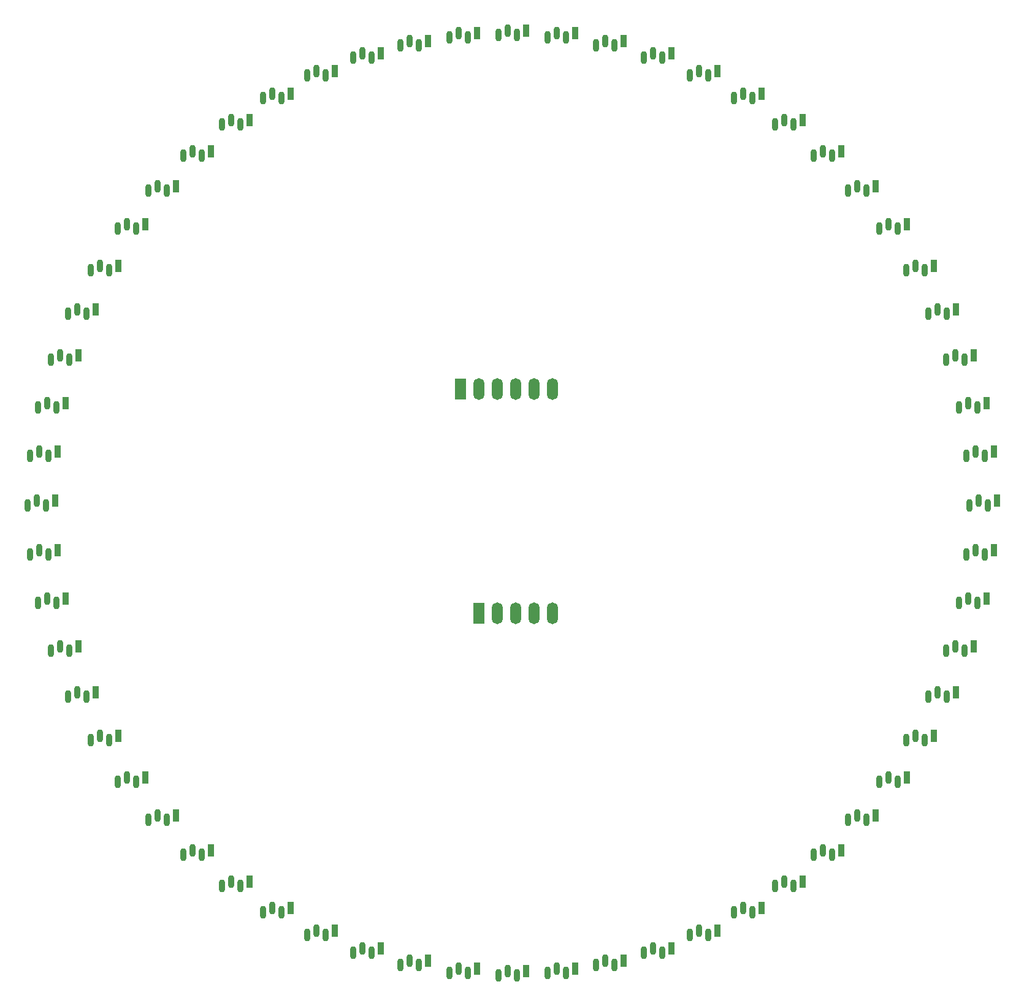
<source format=gbr>
%TF.GenerationSoftware,KiCad,Pcbnew,7.0.7*%
%TF.CreationDate,2024-11-28T18:31:40+01:00*%
%TF.ProjectId,FaceDCF77,46616365-4443-4463-9737-2e6b69636164,rev?*%
%TF.SameCoordinates,Original*%
%TF.FileFunction,Soldermask,Top*%
%TF.FilePolarity,Negative*%
%FSLAX46Y46*%
G04 Gerber Fmt 4.6, Leading zero omitted, Abs format (unit mm)*
G04 Created by KiCad (PCBNEW 7.0.7) date 2024-11-28 18:31:40*
%MOMM*%
%LPD*%
G01*
G04 APERTURE LIST*
%ADD10R,0.900000X1.800000*%
%ADD11O,0.900000X1.800000*%
%ADD12R,1.524000X3.000000*%
%ADD13O,1.524000X3.000000*%
G04 APERTURE END LIST*
D10*
%TO.C,D50*%
X74088400Y-66501100D03*
D11*
X72818400Y-67101100D03*
X71548400Y-66501100D03*
X70278400Y-67101100D03*
%TD*%
D10*
%TO.C,D34*%
X113382800Y-154757600D03*
D11*
X112112800Y-155357600D03*
X110842800Y-154757600D03*
X109572800Y-155357600D03*
%TD*%
D10*
%TO.C,D36*%
X100968900Y-149230600D03*
D11*
X99698900Y-149830600D03*
X98428900Y-149230600D03*
X97158900Y-149830600D03*
%TD*%
D10*
%TO.C,D9*%
X181773300Y-49445500D03*
D11*
X180503300Y-50045500D03*
X179233300Y-49445500D03*
X177963300Y-50045500D03*
%TD*%
D10*
%TO.C,D54*%
X89975400Y-44634500D03*
D11*
X88705400Y-45234500D03*
X87435400Y-44634500D03*
X86165400Y-45234500D03*
%TD*%
D10*
%TO.C,D41*%
X77177200Y-125439000D03*
D11*
X75907200Y-126039000D03*
X74637200Y-125439000D03*
X73367200Y-126039000D03*
%TD*%
D10*
%TO.C,D29*%
X146983200Y-156518600D03*
D11*
X145713200Y-157118600D03*
X144443200Y-156518600D03*
X143173200Y-157118600D03*
%TD*%
D10*
%TO.C,D12*%
X192849400Y-66501100D03*
D11*
X191579400Y-67101100D03*
X190309400Y-66501100D03*
X189039400Y-67101100D03*
%TD*%
D10*
%TO.C,D53*%
X85164500Y-49445500D03*
D11*
X83894500Y-50045500D03*
X82624500Y-49445500D03*
X81354500Y-50045500D03*
%TD*%
D10*
%TO.C,D51*%
X77177200Y-60439000D03*
D11*
X75907200Y-61039000D03*
X74637200Y-60439000D03*
X73367200Y-61039000D03*
%TD*%
D10*
%TO.C,D57*%
X107031000Y-33558500D03*
D11*
X105761000Y-34158500D03*
X104491000Y-33558500D03*
X103221000Y-34158500D03*
%TD*%
D10*
%TO.C,D58*%
X113382800Y-31120300D03*
D11*
X112112800Y-31720300D03*
X110842800Y-31120300D03*
X109572800Y-31720300D03*
%TD*%
D10*
%TO.C,D26*%
X165968900Y-149230600D03*
D11*
X164698900Y-149830600D03*
X163428900Y-149230600D03*
X162158900Y-149830600D03*
%TD*%
D10*
%TO.C,D28*%
X153555000Y-154757600D03*
D11*
X152285000Y-155357600D03*
X151015000Y-154757600D03*
X149745000Y-155357600D03*
%TD*%
D10*
%TO.C,D48*%
X69889300Y-79424700D03*
D11*
X68619300Y-80024700D03*
X67349300Y-79424700D03*
X66079300Y-80024700D03*
%TD*%
D10*
%TO.C,D20*%
X192849400Y-119376800D03*
D11*
X191579400Y-119976800D03*
X190309400Y-119376800D03*
X189039400Y-119976800D03*
%TD*%
D10*
%TO.C,D13*%
X195287600Y-72852900D03*
D11*
X194017600Y-73452900D03*
X192747600Y-72852900D03*
X191477600Y-73452900D03*
%TD*%
D10*
%TO.C,D60*%
X126674500Y-28295000D03*
D11*
X125404500Y-28895000D03*
X124134500Y-28295000D03*
X122864500Y-28895000D03*
%TD*%
D10*
%TO.C,D40*%
X80882800Y-131145000D03*
D11*
X79612800Y-131745000D03*
X78342800Y-131145000D03*
X77072800Y-131745000D03*
%TD*%
D10*
%TO.C,D39*%
X85164500Y-136432400D03*
D11*
X83894500Y-137032400D03*
X82624500Y-136432400D03*
X81354500Y-137032400D03*
%TD*%
D10*
%TO.C,D10*%
X186055000Y-54732900D03*
D11*
X184785000Y-55332900D03*
X183515000Y-54732900D03*
X182245000Y-55332900D03*
%TD*%
D10*
%TO.C,D42*%
X74088400Y-119376800D03*
D11*
X72818400Y-119976800D03*
X71548400Y-119376800D03*
X70278400Y-119976800D03*
%TD*%
D10*
%TO.C,D22*%
X186055000Y-131145000D03*
D11*
X184785000Y-131745000D03*
X183515000Y-131145000D03*
X182245000Y-131745000D03*
%TD*%
D10*
%TO.C,D52*%
X80882800Y-54732900D03*
D11*
X79612800Y-55332900D03*
X78342800Y-54732900D03*
X77072800Y-55332900D03*
%TD*%
D10*
%TO.C,D37*%
X95262900Y-145525100D03*
D11*
X93992900Y-146125100D03*
X92722900Y-145525100D03*
X91452900Y-146125100D03*
%TD*%
D10*
%TO.C,D4*%
X153555000Y-31120300D03*
D11*
X152285000Y-31720300D03*
X151015000Y-31120300D03*
X149745000Y-31720300D03*
%TD*%
D10*
%TO.C,D47*%
X68825000Y-86144600D03*
D11*
X67555000Y-86744600D03*
X66285000Y-86144600D03*
X65015000Y-86744600D03*
%TD*%
D10*
%TO.C,D21*%
X189760500Y-125439000D03*
D11*
X188490500Y-126039000D03*
X187220500Y-125439000D03*
X185950500Y-126039000D03*
%TD*%
D10*
%TO.C,D59*%
X119954600Y-29359400D03*
D11*
X118684600Y-29959400D03*
X117414600Y-29359400D03*
X116144600Y-29959400D03*
%TD*%
D10*
%TO.C,D23*%
X181773300Y-136432400D03*
D11*
X180503300Y-137032400D03*
X179233300Y-136432400D03*
X177963300Y-137032400D03*
%TD*%
D10*
%TO.C,D55*%
X95262900Y-40352900D03*
D11*
X93992900Y-40952900D03*
X92722900Y-40352900D03*
X91452900Y-40952900D03*
%TD*%
D10*
%TO.C,D14*%
X197048500Y-79424700D03*
D11*
X195778500Y-80024700D03*
X194508500Y-79424700D03*
X193238500Y-80024700D03*
%TD*%
D10*
%TO.C,D32*%
X126674500Y-157582900D03*
D11*
X125404500Y-158182900D03*
X124134500Y-157582900D03*
X122864500Y-158182900D03*
%TD*%
D10*
%TO.C,D44*%
X69889300Y-106453200D03*
D11*
X68619300Y-107053200D03*
X67349300Y-106453200D03*
X66079300Y-107053200D03*
%TD*%
D10*
%TO.C,D25*%
X171674900Y-145525100D03*
D11*
X170404900Y-146125100D03*
X169134900Y-145525100D03*
X167864900Y-146125100D03*
%TD*%
D10*
%TO.C,D27*%
X159906800Y-152319400D03*
D11*
X158636800Y-152919400D03*
X157366800Y-152319400D03*
X156096800Y-152919400D03*
%TD*%
D10*
%TO.C,D30*%
X140263200Y-157582900D03*
D11*
X138993200Y-158182900D03*
X137723200Y-157582900D03*
X136453200Y-158182900D03*
%TD*%
D10*
%TO.C,D8*%
X176962400Y-44634500D03*
D11*
X175692400Y-45234500D03*
X174422400Y-44634500D03*
X173152400Y-45234500D03*
%TD*%
D10*
%TO.C,D5*%
X159906800Y-33558500D03*
D11*
X158636800Y-34158500D03*
X157366800Y-33558500D03*
X156096800Y-34158500D03*
%TD*%
D10*
%TO.C,D35*%
X107031000Y-152319400D03*
D11*
X105761000Y-152919400D03*
X104491000Y-152319400D03*
X103221000Y-152919400D03*
%TD*%
D10*
%TO.C,D3*%
X146983200Y-29359400D03*
D11*
X145713200Y-29959400D03*
X144443200Y-29359400D03*
X143173200Y-29959400D03*
%TD*%
D10*
%TO.C,D24*%
X176962400Y-141243400D03*
D11*
X175692400Y-141843400D03*
X174422400Y-141243400D03*
X173152400Y-141843400D03*
%TD*%
D10*
%TO.C,D2*%
X140263200Y-28295000D03*
D11*
X138993200Y-28895000D03*
X137723200Y-28295000D03*
X136453200Y-28895000D03*
%TD*%
D10*
%TO.C,D1*%
X133468900Y-27939000D03*
D11*
X132198900Y-28539000D03*
X130928900Y-27939000D03*
X129658900Y-28539000D03*
%TD*%
D10*
%TO.C,D16*%
X198468900Y-92939000D03*
D11*
X197198900Y-93539000D03*
X195928900Y-92939000D03*
X194658900Y-93539000D03*
%TD*%
D10*
%TO.C,D18*%
X197048500Y-106453200D03*
D11*
X195778500Y-107053200D03*
X194508500Y-106453200D03*
X193238500Y-107053200D03*
%TD*%
D10*
%TO.C,D17*%
X198112800Y-99733300D03*
D11*
X196842800Y-100333300D03*
X195572800Y-99733300D03*
X194302800Y-100333300D03*
%TD*%
D10*
%TO.C,D38*%
X89975400Y-141243400D03*
D11*
X88705400Y-141843400D03*
X87435400Y-141243400D03*
X86165400Y-141843400D03*
%TD*%
D10*
%TO.C,D56*%
X100968900Y-36647300D03*
D11*
X99698900Y-37247300D03*
X98428900Y-36647300D03*
X97158900Y-37247300D03*
%TD*%
D10*
%TO.C,D15*%
X198112800Y-86144600D03*
D11*
X196842800Y-86744600D03*
X195572800Y-86144600D03*
X194302800Y-86744600D03*
%TD*%
D10*
%TO.C,D33*%
X119954600Y-156518600D03*
D11*
X118684600Y-157118600D03*
X117414600Y-156518600D03*
X116144600Y-157118600D03*
%TD*%
D10*
%TO.C,D6*%
X165968900Y-36647300D03*
D11*
X164698900Y-37247300D03*
X163428900Y-36647300D03*
X162158900Y-37247300D03*
%TD*%
D10*
%TO.C,D46*%
X68468900Y-92939000D03*
D11*
X67198900Y-93539000D03*
X65928900Y-92939000D03*
X64658900Y-93539000D03*
%TD*%
D10*
%TO.C,D45*%
X68825000Y-99733300D03*
D11*
X67555000Y-100333300D03*
X66285000Y-99733300D03*
X65015000Y-100333300D03*
%TD*%
D10*
%TO.C,D7*%
X171674900Y-40352900D03*
D11*
X170404900Y-40952900D03*
X169134900Y-40352900D03*
X167864900Y-40952900D03*
%TD*%
D10*
%TO.C,D11*%
X189760500Y-60439000D03*
D11*
X188490500Y-61039000D03*
X187220500Y-60439000D03*
X185950500Y-61039000D03*
%TD*%
D10*
%TO.C,D31*%
X133468900Y-157939000D03*
D11*
X132198900Y-158539000D03*
X130928900Y-157939000D03*
X129658900Y-158539000D03*
%TD*%
D10*
%TO.C,D43*%
X71650200Y-113025100D03*
D11*
X70380200Y-113625100D03*
X69110200Y-113025100D03*
X67840200Y-113625100D03*
%TD*%
D10*
%TO.C,D49*%
X71650200Y-72852900D03*
D11*
X70380200Y-73452900D03*
X69110200Y-72852900D03*
X67840200Y-73452900D03*
%TD*%
D10*
%TO.C,D19*%
X195287600Y-113025100D03*
D11*
X194017600Y-113625100D03*
X192747600Y-113025100D03*
X191477600Y-113625100D03*
%TD*%
D12*
%TO.C,U1*%
X124460000Y-77470000D03*
D13*
X127000000Y-77470000D03*
X129540000Y-77470000D03*
X132080000Y-77470000D03*
X134620000Y-77470000D03*
X137160000Y-77470000D03*
D12*
X126968000Y-108458000D03*
D13*
X129508000Y-108458000D03*
X132048000Y-108458000D03*
X134588000Y-108458000D03*
X137128000Y-108458000D03*
%TD*%
M02*

</source>
